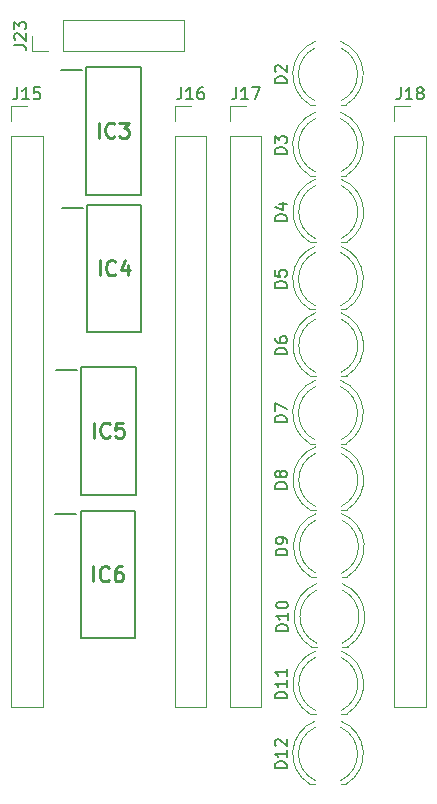
<source format=gbr>
%TF.GenerationSoftware,KiCad,Pcbnew,(5.1.12)-1*%
%TF.CreationDate,2024-09-26T07:51:33+09:00*%
%TF.ProjectId,imu_led_connect,696d755f-6c65-4645-9f63-6f6e6e656374,rev?*%
%TF.SameCoordinates,Original*%
%TF.FileFunction,Legend,Top*%
%TF.FilePolarity,Positive*%
%FSLAX46Y46*%
G04 Gerber Fmt 4.6, Leading zero omitted, Abs format (unit mm)*
G04 Created by KiCad (PCBNEW (5.1.12)-1) date 2024-09-26 07:51:33*
%MOMM*%
%LPD*%
G01*
G04 APERTURE LIST*
%ADD10C,0.120000*%
%ADD11C,0.200000*%
%ADD12C,0.150000*%
%ADD13C,0.254000*%
G04 APERTURE END LIST*
D10*
%TO.C,J23*%
X61390000Y-70055000D02*
X61390000Y-67395000D01*
X51170000Y-70055000D02*
X61390000Y-70055000D01*
X51170000Y-67395000D02*
X61390000Y-67395000D01*
X51170000Y-70055000D02*
X51170000Y-67395000D01*
X49900000Y-70055000D02*
X48570000Y-70055000D01*
X48570000Y-70055000D02*
X48570000Y-68725000D01*
%TO.C,J18*%
X79220000Y-125590000D02*
X81880000Y-125590000D01*
X79220000Y-77270000D02*
X79220000Y-125590000D01*
X81880000Y-77270000D02*
X81880000Y-125590000D01*
X79220000Y-77270000D02*
X81880000Y-77270000D01*
X79220000Y-76000000D02*
X79220000Y-74670000D01*
X79220000Y-74670000D02*
X80550000Y-74670000D01*
%TO.C,J17*%
X65295000Y-125590000D02*
X67955000Y-125590000D01*
X65295000Y-77270000D02*
X65295000Y-125590000D01*
X67955000Y-77270000D02*
X67955000Y-125590000D01*
X65295000Y-77270000D02*
X67955000Y-77270000D01*
X65295000Y-76000000D02*
X65295000Y-74670000D01*
X65295000Y-74670000D02*
X66625000Y-74670000D01*
%TO.C,J16*%
X60645000Y-125590000D02*
X63305000Y-125590000D01*
X60645000Y-77270000D02*
X60645000Y-125590000D01*
X63305000Y-77270000D02*
X63305000Y-125590000D01*
X60645000Y-77270000D02*
X63305000Y-77270000D01*
X60645000Y-76000000D02*
X60645000Y-74670000D01*
X60645000Y-74670000D02*
X61975000Y-74670000D01*
%TO.C,J15*%
X46770000Y-125590000D02*
X49430000Y-125590000D01*
X46770000Y-77270000D02*
X46770000Y-125590000D01*
X49430000Y-77270000D02*
X49430000Y-125590000D01*
X46770000Y-77270000D02*
X49430000Y-77270000D01*
X46770000Y-76000000D02*
X46770000Y-74670000D01*
X46770000Y-74670000D02*
X48100000Y-74670000D01*
D11*
%TO.C,IC6*%
X50525000Y-109205000D02*
X52300000Y-109205000D01*
X52650000Y-119750000D02*
X52650000Y-108950000D01*
X57250000Y-119750000D02*
X52650000Y-119750000D01*
X57250000Y-108950000D02*
X57250000Y-119750000D01*
X52650000Y-108950000D02*
X57250000Y-108950000D01*
%TO.C,IC5*%
X50600000Y-97055000D02*
X52375000Y-97055000D01*
X52725000Y-107600000D02*
X52725000Y-96800000D01*
X57325000Y-107600000D02*
X52725000Y-107600000D01*
X57325000Y-96800000D02*
X57325000Y-107600000D01*
X52725000Y-96800000D02*
X57325000Y-96800000D01*
%TO.C,IC4*%
X51075000Y-83305000D02*
X52850000Y-83305000D01*
X53200000Y-93850000D02*
X53200000Y-83050000D01*
X57800000Y-93850000D02*
X53200000Y-93850000D01*
X57800000Y-83050000D02*
X57800000Y-93850000D01*
X53200000Y-83050000D02*
X57800000Y-83050000D01*
%TO.C,IC3*%
X51000000Y-71655000D02*
X52775000Y-71655000D01*
X53125000Y-82200000D02*
X53125000Y-71400000D01*
X57725000Y-82200000D02*
X53125000Y-82200000D01*
X57725000Y-71400000D02*
X57725000Y-82200000D01*
X53125000Y-71400000D02*
X57725000Y-71400000D01*
D10*
%TO.C,D12*%
X74680000Y-132105000D02*
X75145000Y-132105000D01*
X72055000Y-132105000D02*
X72520000Y-132105000D01*
X74680429Y-127290521D02*
G75*
G02*
X74680000Y-131799684I-1080429J-2254479D01*
G01*
X72519571Y-127290521D02*
G75*
G03*
X72520000Y-131799684I1080429J-2254479D01*
G01*
X74680827Y-126757185D02*
G75*
G02*
X75144830Y-132105000I-1080827J-2787815D01*
G01*
X72519173Y-126757185D02*
G75*
G03*
X72055170Y-132105000I1080827J-2787815D01*
G01*
%TO.C,D11*%
X74705000Y-126180000D02*
X75170000Y-126180000D01*
X72080000Y-126180000D02*
X72545000Y-126180000D01*
X74705429Y-121365521D02*
G75*
G02*
X74705000Y-125874684I-1080429J-2254479D01*
G01*
X72544571Y-121365521D02*
G75*
G03*
X72545000Y-125874684I1080429J-2254479D01*
G01*
X74705827Y-120832185D02*
G75*
G02*
X75169830Y-126180000I-1080827J-2787815D01*
G01*
X72544173Y-120832185D02*
G75*
G03*
X72080170Y-126180000I1080827J-2787815D01*
G01*
%TO.C,D10*%
X74805000Y-120480000D02*
X75270000Y-120480000D01*
X72180000Y-120480000D02*
X72645000Y-120480000D01*
X74805429Y-115665521D02*
G75*
G02*
X74805000Y-120174684I-1080429J-2254479D01*
G01*
X72644571Y-115665521D02*
G75*
G03*
X72645000Y-120174684I1080429J-2254479D01*
G01*
X74805827Y-115132185D02*
G75*
G02*
X75269830Y-120480000I-1080827J-2787815D01*
G01*
X72644173Y-115132185D02*
G75*
G03*
X72180170Y-120480000I1080827J-2787815D01*
G01*
%TO.C,D9*%
X74755000Y-114550000D02*
X75220000Y-114550000D01*
X72130000Y-114550000D02*
X72595000Y-114550000D01*
X74755429Y-109735521D02*
G75*
G02*
X74755000Y-114244684I-1080429J-2254479D01*
G01*
X72594571Y-109735521D02*
G75*
G03*
X72595000Y-114244684I1080429J-2254479D01*
G01*
X74755827Y-109202185D02*
G75*
G02*
X75219830Y-114550000I-1080827J-2787815D01*
G01*
X72594173Y-109202185D02*
G75*
G03*
X72130170Y-114550000I1080827J-2787815D01*
G01*
%TO.C,D8*%
X74705000Y-108905000D02*
X75170000Y-108905000D01*
X72080000Y-108905000D02*
X72545000Y-108905000D01*
X74705429Y-104090521D02*
G75*
G02*
X74705000Y-108599684I-1080429J-2254479D01*
G01*
X72544571Y-104090521D02*
G75*
G03*
X72545000Y-108599684I1080429J-2254479D01*
G01*
X74705827Y-103557185D02*
G75*
G02*
X75169830Y-108905000I-1080827J-2787815D01*
G01*
X72544173Y-103557185D02*
G75*
G03*
X72080170Y-108905000I1080827J-2787815D01*
G01*
%TO.C,D7*%
X74680000Y-103270000D02*
X75145000Y-103270000D01*
X72055000Y-103270000D02*
X72520000Y-103270000D01*
X74680429Y-98455521D02*
G75*
G02*
X74680000Y-102964684I-1080429J-2254479D01*
G01*
X72519571Y-98455521D02*
G75*
G03*
X72520000Y-102964684I1080429J-2254479D01*
G01*
X74680827Y-97922185D02*
G75*
G02*
X75144830Y-103270000I-1080827J-2787815D01*
G01*
X72519173Y-97922185D02*
G75*
G03*
X72055170Y-103270000I1080827J-2787815D01*
G01*
%TO.C,D6*%
X74705000Y-97545000D02*
X75170000Y-97545000D01*
X72080000Y-97545000D02*
X72545000Y-97545000D01*
X74705429Y-92730521D02*
G75*
G02*
X74705000Y-97239684I-1080429J-2254479D01*
G01*
X72544571Y-92730521D02*
G75*
G03*
X72545000Y-97239684I1080429J-2254479D01*
G01*
X74705827Y-92197185D02*
G75*
G02*
X75169830Y-97545000I-1080827J-2787815D01*
G01*
X72544173Y-92197185D02*
G75*
G03*
X72080170Y-97545000I1080827J-2787815D01*
G01*
%TO.C,D5*%
X74680000Y-91905000D02*
X75145000Y-91905000D01*
X72055000Y-91905000D02*
X72520000Y-91905000D01*
X74680429Y-87090521D02*
G75*
G02*
X74680000Y-91599684I-1080429J-2254479D01*
G01*
X72519571Y-87090521D02*
G75*
G03*
X72520000Y-91599684I1080429J-2254479D01*
G01*
X74680827Y-86557185D02*
G75*
G02*
X75144830Y-91905000I-1080827J-2787815D01*
G01*
X72519173Y-86557185D02*
G75*
G03*
X72055170Y-91905000I1080827J-2787815D01*
G01*
%TO.C,D4*%
X74705000Y-86230000D02*
X75170000Y-86230000D01*
X72080000Y-86230000D02*
X72545000Y-86230000D01*
X74705429Y-81415521D02*
G75*
G02*
X74705000Y-85924684I-1080429J-2254479D01*
G01*
X72544571Y-81415521D02*
G75*
G03*
X72545000Y-85924684I1080429J-2254479D01*
G01*
X74705827Y-80882185D02*
G75*
G02*
X75169830Y-86230000I-1080827J-2787815D01*
G01*
X72544173Y-80882185D02*
G75*
G03*
X72080170Y-86230000I1080827J-2787815D01*
G01*
%TO.C,D3*%
X74680000Y-80575000D02*
X75145000Y-80575000D01*
X72055000Y-80575000D02*
X72520000Y-80575000D01*
X74680429Y-75760521D02*
G75*
G02*
X74680000Y-80269684I-1080429J-2254479D01*
G01*
X72519571Y-75760521D02*
G75*
G03*
X72520000Y-80269684I1080429J-2254479D01*
G01*
X74680827Y-75227185D02*
G75*
G02*
X75144830Y-80575000I-1080827J-2787815D01*
G01*
X72519173Y-75227185D02*
G75*
G03*
X72055170Y-80575000I1080827J-2787815D01*
G01*
%TO.C,D2*%
X72055000Y-74575000D02*
X72520000Y-74575000D01*
X74680000Y-74575000D02*
X75145000Y-74575000D01*
X72519173Y-69227185D02*
G75*
G03*
X72055170Y-74575000I1080827J-2787815D01*
G01*
X74680827Y-69227185D02*
G75*
G02*
X75144830Y-74575000I-1080827J-2787815D01*
G01*
X72519571Y-69760521D02*
G75*
G03*
X72520000Y-74269684I1080429J-2254479D01*
G01*
X74680429Y-69760521D02*
G75*
G02*
X74680000Y-74269684I-1080429J-2254479D01*
G01*
%TO.C,J23*%
D12*
X47022380Y-69534523D02*
X47736666Y-69534523D01*
X47879523Y-69582142D01*
X47974761Y-69677380D01*
X48022380Y-69820238D01*
X48022380Y-69915476D01*
X47117619Y-69105952D02*
X47070000Y-69058333D01*
X47022380Y-68963095D01*
X47022380Y-68725000D01*
X47070000Y-68629761D01*
X47117619Y-68582142D01*
X47212857Y-68534523D01*
X47308095Y-68534523D01*
X47450952Y-68582142D01*
X48022380Y-69153571D01*
X48022380Y-68534523D01*
X47022380Y-68201190D02*
X47022380Y-67582142D01*
X47403333Y-67915476D01*
X47403333Y-67772619D01*
X47450952Y-67677380D01*
X47498571Y-67629761D01*
X47593809Y-67582142D01*
X47831904Y-67582142D01*
X47927142Y-67629761D01*
X47974761Y-67677380D01*
X48022380Y-67772619D01*
X48022380Y-68058333D01*
X47974761Y-68153571D01*
X47927142Y-68201190D01*
%TO.C,J18*%
X79740476Y-73122380D02*
X79740476Y-73836666D01*
X79692857Y-73979523D01*
X79597619Y-74074761D01*
X79454761Y-74122380D01*
X79359523Y-74122380D01*
X80740476Y-74122380D02*
X80169047Y-74122380D01*
X80454761Y-74122380D02*
X80454761Y-73122380D01*
X80359523Y-73265238D01*
X80264285Y-73360476D01*
X80169047Y-73408095D01*
X81311904Y-73550952D02*
X81216666Y-73503333D01*
X81169047Y-73455714D01*
X81121428Y-73360476D01*
X81121428Y-73312857D01*
X81169047Y-73217619D01*
X81216666Y-73170000D01*
X81311904Y-73122380D01*
X81502380Y-73122380D01*
X81597619Y-73170000D01*
X81645238Y-73217619D01*
X81692857Y-73312857D01*
X81692857Y-73360476D01*
X81645238Y-73455714D01*
X81597619Y-73503333D01*
X81502380Y-73550952D01*
X81311904Y-73550952D01*
X81216666Y-73598571D01*
X81169047Y-73646190D01*
X81121428Y-73741428D01*
X81121428Y-73931904D01*
X81169047Y-74027142D01*
X81216666Y-74074761D01*
X81311904Y-74122380D01*
X81502380Y-74122380D01*
X81597619Y-74074761D01*
X81645238Y-74027142D01*
X81692857Y-73931904D01*
X81692857Y-73741428D01*
X81645238Y-73646190D01*
X81597619Y-73598571D01*
X81502380Y-73550952D01*
%TO.C,J17*%
X65815476Y-73122380D02*
X65815476Y-73836666D01*
X65767857Y-73979523D01*
X65672619Y-74074761D01*
X65529761Y-74122380D01*
X65434523Y-74122380D01*
X66815476Y-74122380D02*
X66244047Y-74122380D01*
X66529761Y-74122380D02*
X66529761Y-73122380D01*
X66434523Y-73265238D01*
X66339285Y-73360476D01*
X66244047Y-73408095D01*
X67148809Y-73122380D02*
X67815476Y-73122380D01*
X67386904Y-74122380D01*
%TO.C,J16*%
X61165476Y-73122380D02*
X61165476Y-73836666D01*
X61117857Y-73979523D01*
X61022619Y-74074761D01*
X60879761Y-74122380D01*
X60784523Y-74122380D01*
X62165476Y-74122380D02*
X61594047Y-74122380D01*
X61879761Y-74122380D02*
X61879761Y-73122380D01*
X61784523Y-73265238D01*
X61689285Y-73360476D01*
X61594047Y-73408095D01*
X63022619Y-73122380D02*
X62832142Y-73122380D01*
X62736904Y-73170000D01*
X62689285Y-73217619D01*
X62594047Y-73360476D01*
X62546428Y-73550952D01*
X62546428Y-73931904D01*
X62594047Y-74027142D01*
X62641666Y-74074761D01*
X62736904Y-74122380D01*
X62927380Y-74122380D01*
X63022619Y-74074761D01*
X63070238Y-74027142D01*
X63117857Y-73931904D01*
X63117857Y-73693809D01*
X63070238Y-73598571D01*
X63022619Y-73550952D01*
X62927380Y-73503333D01*
X62736904Y-73503333D01*
X62641666Y-73550952D01*
X62594047Y-73598571D01*
X62546428Y-73693809D01*
%TO.C,J15*%
X47290476Y-73122380D02*
X47290476Y-73836666D01*
X47242857Y-73979523D01*
X47147619Y-74074761D01*
X47004761Y-74122380D01*
X46909523Y-74122380D01*
X48290476Y-74122380D02*
X47719047Y-74122380D01*
X48004761Y-74122380D02*
X48004761Y-73122380D01*
X47909523Y-73265238D01*
X47814285Y-73360476D01*
X47719047Y-73408095D01*
X49195238Y-73122380D02*
X48719047Y-73122380D01*
X48671428Y-73598571D01*
X48719047Y-73550952D01*
X48814285Y-73503333D01*
X49052380Y-73503333D01*
X49147619Y-73550952D01*
X49195238Y-73598571D01*
X49242857Y-73693809D01*
X49242857Y-73931904D01*
X49195238Y-74027142D01*
X49147619Y-74074761D01*
X49052380Y-74122380D01*
X48814285Y-74122380D01*
X48719047Y-74074761D01*
X48671428Y-74027142D01*
%TO.C,IC6*%
D13*
X53710238Y-114924523D02*
X53710238Y-113654523D01*
X55040714Y-114803571D02*
X54980238Y-114864047D01*
X54798809Y-114924523D01*
X54677857Y-114924523D01*
X54496428Y-114864047D01*
X54375476Y-114743095D01*
X54315000Y-114622142D01*
X54254523Y-114380238D01*
X54254523Y-114198809D01*
X54315000Y-113956904D01*
X54375476Y-113835952D01*
X54496428Y-113715000D01*
X54677857Y-113654523D01*
X54798809Y-113654523D01*
X54980238Y-113715000D01*
X55040714Y-113775476D01*
X56129285Y-113654523D02*
X55887380Y-113654523D01*
X55766428Y-113715000D01*
X55705952Y-113775476D01*
X55585000Y-113956904D01*
X55524523Y-114198809D01*
X55524523Y-114682619D01*
X55585000Y-114803571D01*
X55645476Y-114864047D01*
X55766428Y-114924523D01*
X56008333Y-114924523D01*
X56129285Y-114864047D01*
X56189761Y-114803571D01*
X56250238Y-114682619D01*
X56250238Y-114380238D01*
X56189761Y-114259285D01*
X56129285Y-114198809D01*
X56008333Y-114138333D01*
X55766428Y-114138333D01*
X55645476Y-114198809D01*
X55585000Y-114259285D01*
X55524523Y-114380238D01*
%TO.C,IC5*%
X53785238Y-102774523D02*
X53785238Y-101504523D01*
X55115714Y-102653571D02*
X55055238Y-102714047D01*
X54873809Y-102774523D01*
X54752857Y-102774523D01*
X54571428Y-102714047D01*
X54450476Y-102593095D01*
X54390000Y-102472142D01*
X54329523Y-102230238D01*
X54329523Y-102048809D01*
X54390000Y-101806904D01*
X54450476Y-101685952D01*
X54571428Y-101565000D01*
X54752857Y-101504523D01*
X54873809Y-101504523D01*
X55055238Y-101565000D01*
X55115714Y-101625476D01*
X56264761Y-101504523D02*
X55660000Y-101504523D01*
X55599523Y-102109285D01*
X55660000Y-102048809D01*
X55780952Y-101988333D01*
X56083333Y-101988333D01*
X56204285Y-102048809D01*
X56264761Y-102109285D01*
X56325238Y-102230238D01*
X56325238Y-102532619D01*
X56264761Y-102653571D01*
X56204285Y-102714047D01*
X56083333Y-102774523D01*
X55780952Y-102774523D01*
X55660000Y-102714047D01*
X55599523Y-102653571D01*
%TO.C,IC4*%
X54260238Y-89024523D02*
X54260238Y-87754523D01*
X55590714Y-88903571D02*
X55530238Y-88964047D01*
X55348809Y-89024523D01*
X55227857Y-89024523D01*
X55046428Y-88964047D01*
X54925476Y-88843095D01*
X54865000Y-88722142D01*
X54804523Y-88480238D01*
X54804523Y-88298809D01*
X54865000Y-88056904D01*
X54925476Y-87935952D01*
X55046428Y-87815000D01*
X55227857Y-87754523D01*
X55348809Y-87754523D01*
X55530238Y-87815000D01*
X55590714Y-87875476D01*
X56679285Y-88177857D02*
X56679285Y-89024523D01*
X56376904Y-87694047D02*
X56074523Y-88601190D01*
X56860714Y-88601190D01*
%TO.C,IC3*%
X54185238Y-77374523D02*
X54185238Y-76104523D01*
X55515714Y-77253571D02*
X55455238Y-77314047D01*
X55273809Y-77374523D01*
X55152857Y-77374523D01*
X54971428Y-77314047D01*
X54850476Y-77193095D01*
X54790000Y-77072142D01*
X54729523Y-76830238D01*
X54729523Y-76648809D01*
X54790000Y-76406904D01*
X54850476Y-76285952D01*
X54971428Y-76165000D01*
X55152857Y-76104523D01*
X55273809Y-76104523D01*
X55455238Y-76165000D01*
X55515714Y-76225476D01*
X55939047Y-76104523D02*
X56725238Y-76104523D01*
X56301904Y-76588333D01*
X56483333Y-76588333D01*
X56604285Y-76648809D01*
X56664761Y-76709285D01*
X56725238Y-76830238D01*
X56725238Y-77132619D01*
X56664761Y-77253571D01*
X56604285Y-77314047D01*
X56483333Y-77374523D01*
X56120476Y-77374523D01*
X55999523Y-77314047D01*
X55939047Y-77253571D01*
%TO.C,D12*%
D12*
X70092380Y-130759285D02*
X69092380Y-130759285D01*
X69092380Y-130521190D01*
X69140000Y-130378333D01*
X69235238Y-130283095D01*
X69330476Y-130235476D01*
X69520952Y-130187857D01*
X69663809Y-130187857D01*
X69854285Y-130235476D01*
X69949523Y-130283095D01*
X70044761Y-130378333D01*
X70092380Y-130521190D01*
X70092380Y-130759285D01*
X70092380Y-129235476D02*
X70092380Y-129806904D01*
X70092380Y-129521190D02*
X69092380Y-129521190D01*
X69235238Y-129616428D01*
X69330476Y-129711666D01*
X69378095Y-129806904D01*
X69187619Y-128854523D02*
X69140000Y-128806904D01*
X69092380Y-128711666D01*
X69092380Y-128473571D01*
X69140000Y-128378333D01*
X69187619Y-128330714D01*
X69282857Y-128283095D01*
X69378095Y-128283095D01*
X69520952Y-128330714D01*
X70092380Y-128902142D01*
X70092380Y-128283095D01*
%TO.C,D11*%
X70117380Y-124834285D02*
X69117380Y-124834285D01*
X69117380Y-124596190D01*
X69165000Y-124453333D01*
X69260238Y-124358095D01*
X69355476Y-124310476D01*
X69545952Y-124262857D01*
X69688809Y-124262857D01*
X69879285Y-124310476D01*
X69974523Y-124358095D01*
X70069761Y-124453333D01*
X70117380Y-124596190D01*
X70117380Y-124834285D01*
X70117380Y-123310476D02*
X70117380Y-123881904D01*
X70117380Y-123596190D02*
X69117380Y-123596190D01*
X69260238Y-123691428D01*
X69355476Y-123786666D01*
X69403095Y-123881904D01*
X70117380Y-122358095D02*
X70117380Y-122929523D01*
X70117380Y-122643809D02*
X69117380Y-122643809D01*
X69260238Y-122739047D01*
X69355476Y-122834285D01*
X69403095Y-122929523D01*
%TO.C,D10*%
X70217380Y-119134285D02*
X69217380Y-119134285D01*
X69217380Y-118896190D01*
X69265000Y-118753333D01*
X69360238Y-118658095D01*
X69455476Y-118610476D01*
X69645952Y-118562857D01*
X69788809Y-118562857D01*
X69979285Y-118610476D01*
X70074523Y-118658095D01*
X70169761Y-118753333D01*
X70217380Y-118896190D01*
X70217380Y-119134285D01*
X70217380Y-117610476D02*
X70217380Y-118181904D01*
X70217380Y-117896190D02*
X69217380Y-117896190D01*
X69360238Y-117991428D01*
X69455476Y-118086666D01*
X69503095Y-118181904D01*
X69217380Y-116991428D02*
X69217380Y-116896190D01*
X69265000Y-116800952D01*
X69312619Y-116753333D01*
X69407857Y-116705714D01*
X69598333Y-116658095D01*
X69836428Y-116658095D01*
X70026904Y-116705714D01*
X70122142Y-116753333D01*
X70169761Y-116800952D01*
X70217380Y-116896190D01*
X70217380Y-116991428D01*
X70169761Y-117086666D01*
X70122142Y-117134285D01*
X70026904Y-117181904D01*
X69836428Y-117229523D01*
X69598333Y-117229523D01*
X69407857Y-117181904D01*
X69312619Y-117134285D01*
X69265000Y-117086666D01*
X69217380Y-116991428D01*
%TO.C,D9*%
X70167380Y-112728095D02*
X69167380Y-112728095D01*
X69167380Y-112490000D01*
X69215000Y-112347142D01*
X69310238Y-112251904D01*
X69405476Y-112204285D01*
X69595952Y-112156666D01*
X69738809Y-112156666D01*
X69929285Y-112204285D01*
X70024523Y-112251904D01*
X70119761Y-112347142D01*
X70167380Y-112490000D01*
X70167380Y-112728095D01*
X70167380Y-111680476D02*
X70167380Y-111490000D01*
X70119761Y-111394761D01*
X70072142Y-111347142D01*
X69929285Y-111251904D01*
X69738809Y-111204285D01*
X69357857Y-111204285D01*
X69262619Y-111251904D01*
X69215000Y-111299523D01*
X69167380Y-111394761D01*
X69167380Y-111585238D01*
X69215000Y-111680476D01*
X69262619Y-111728095D01*
X69357857Y-111775714D01*
X69595952Y-111775714D01*
X69691190Y-111728095D01*
X69738809Y-111680476D01*
X69786428Y-111585238D01*
X69786428Y-111394761D01*
X69738809Y-111299523D01*
X69691190Y-111251904D01*
X69595952Y-111204285D01*
%TO.C,D8*%
X70117380Y-107083095D02*
X69117380Y-107083095D01*
X69117380Y-106845000D01*
X69165000Y-106702142D01*
X69260238Y-106606904D01*
X69355476Y-106559285D01*
X69545952Y-106511666D01*
X69688809Y-106511666D01*
X69879285Y-106559285D01*
X69974523Y-106606904D01*
X70069761Y-106702142D01*
X70117380Y-106845000D01*
X70117380Y-107083095D01*
X69545952Y-105940238D02*
X69498333Y-106035476D01*
X69450714Y-106083095D01*
X69355476Y-106130714D01*
X69307857Y-106130714D01*
X69212619Y-106083095D01*
X69165000Y-106035476D01*
X69117380Y-105940238D01*
X69117380Y-105749761D01*
X69165000Y-105654523D01*
X69212619Y-105606904D01*
X69307857Y-105559285D01*
X69355476Y-105559285D01*
X69450714Y-105606904D01*
X69498333Y-105654523D01*
X69545952Y-105749761D01*
X69545952Y-105940238D01*
X69593571Y-106035476D01*
X69641190Y-106083095D01*
X69736428Y-106130714D01*
X69926904Y-106130714D01*
X70022142Y-106083095D01*
X70069761Y-106035476D01*
X70117380Y-105940238D01*
X70117380Y-105749761D01*
X70069761Y-105654523D01*
X70022142Y-105606904D01*
X69926904Y-105559285D01*
X69736428Y-105559285D01*
X69641190Y-105606904D01*
X69593571Y-105654523D01*
X69545952Y-105749761D01*
%TO.C,D7*%
X70092380Y-101448095D02*
X69092380Y-101448095D01*
X69092380Y-101210000D01*
X69140000Y-101067142D01*
X69235238Y-100971904D01*
X69330476Y-100924285D01*
X69520952Y-100876666D01*
X69663809Y-100876666D01*
X69854285Y-100924285D01*
X69949523Y-100971904D01*
X70044761Y-101067142D01*
X70092380Y-101210000D01*
X70092380Y-101448095D01*
X69092380Y-100543333D02*
X69092380Y-99876666D01*
X70092380Y-100305238D01*
%TO.C,D6*%
X70117380Y-95723095D02*
X69117380Y-95723095D01*
X69117380Y-95485000D01*
X69165000Y-95342142D01*
X69260238Y-95246904D01*
X69355476Y-95199285D01*
X69545952Y-95151666D01*
X69688809Y-95151666D01*
X69879285Y-95199285D01*
X69974523Y-95246904D01*
X70069761Y-95342142D01*
X70117380Y-95485000D01*
X70117380Y-95723095D01*
X69117380Y-94294523D02*
X69117380Y-94485000D01*
X69165000Y-94580238D01*
X69212619Y-94627857D01*
X69355476Y-94723095D01*
X69545952Y-94770714D01*
X69926904Y-94770714D01*
X70022142Y-94723095D01*
X70069761Y-94675476D01*
X70117380Y-94580238D01*
X70117380Y-94389761D01*
X70069761Y-94294523D01*
X70022142Y-94246904D01*
X69926904Y-94199285D01*
X69688809Y-94199285D01*
X69593571Y-94246904D01*
X69545952Y-94294523D01*
X69498333Y-94389761D01*
X69498333Y-94580238D01*
X69545952Y-94675476D01*
X69593571Y-94723095D01*
X69688809Y-94770714D01*
%TO.C,D5*%
X70092380Y-90083095D02*
X69092380Y-90083095D01*
X69092380Y-89845000D01*
X69140000Y-89702142D01*
X69235238Y-89606904D01*
X69330476Y-89559285D01*
X69520952Y-89511666D01*
X69663809Y-89511666D01*
X69854285Y-89559285D01*
X69949523Y-89606904D01*
X70044761Y-89702142D01*
X70092380Y-89845000D01*
X70092380Y-90083095D01*
X69092380Y-88606904D02*
X69092380Y-89083095D01*
X69568571Y-89130714D01*
X69520952Y-89083095D01*
X69473333Y-88987857D01*
X69473333Y-88749761D01*
X69520952Y-88654523D01*
X69568571Y-88606904D01*
X69663809Y-88559285D01*
X69901904Y-88559285D01*
X69997142Y-88606904D01*
X70044761Y-88654523D01*
X70092380Y-88749761D01*
X70092380Y-88987857D01*
X70044761Y-89083095D01*
X69997142Y-89130714D01*
%TO.C,D4*%
X70117380Y-84408095D02*
X69117380Y-84408095D01*
X69117380Y-84170000D01*
X69165000Y-84027142D01*
X69260238Y-83931904D01*
X69355476Y-83884285D01*
X69545952Y-83836666D01*
X69688809Y-83836666D01*
X69879285Y-83884285D01*
X69974523Y-83931904D01*
X70069761Y-84027142D01*
X70117380Y-84170000D01*
X70117380Y-84408095D01*
X69450714Y-82979523D02*
X70117380Y-82979523D01*
X69069761Y-83217619D02*
X69784047Y-83455714D01*
X69784047Y-82836666D01*
%TO.C,D3*%
X70092380Y-78753095D02*
X69092380Y-78753095D01*
X69092380Y-78515000D01*
X69140000Y-78372142D01*
X69235238Y-78276904D01*
X69330476Y-78229285D01*
X69520952Y-78181666D01*
X69663809Y-78181666D01*
X69854285Y-78229285D01*
X69949523Y-78276904D01*
X70044761Y-78372142D01*
X70092380Y-78515000D01*
X70092380Y-78753095D01*
X69092380Y-77848333D02*
X69092380Y-77229285D01*
X69473333Y-77562619D01*
X69473333Y-77419761D01*
X69520952Y-77324523D01*
X69568571Y-77276904D01*
X69663809Y-77229285D01*
X69901904Y-77229285D01*
X69997142Y-77276904D01*
X70044761Y-77324523D01*
X70092380Y-77419761D01*
X70092380Y-77705476D01*
X70044761Y-77800714D01*
X69997142Y-77848333D01*
%TO.C,D2*%
X70092380Y-72753095D02*
X69092380Y-72753095D01*
X69092380Y-72515000D01*
X69140000Y-72372142D01*
X69235238Y-72276904D01*
X69330476Y-72229285D01*
X69520952Y-72181666D01*
X69663809Y-72181666D01*
X69854285Y-72229285D01*
X69949523Y-72276904D01*
X70044761Y-72372142D01*
X70092380Y-72515000D01*
X70092380Y-72753095D01*
X69187619Y-71800714D02*
X69140000Y-71753095D01*
X69092380Y-71657857D01*
X69092380Y-71419761D01*
X69140000Y-71324523D01*
X69187619Y-71276904D01*
X69282857Y-71229285D01*
X69378095Y-71229285D01*
X69520952Y-71276904D01*
X70092380Y-71848333D01*
X70092380Y-71229285D01*
%TD*%
M02*

</source>
